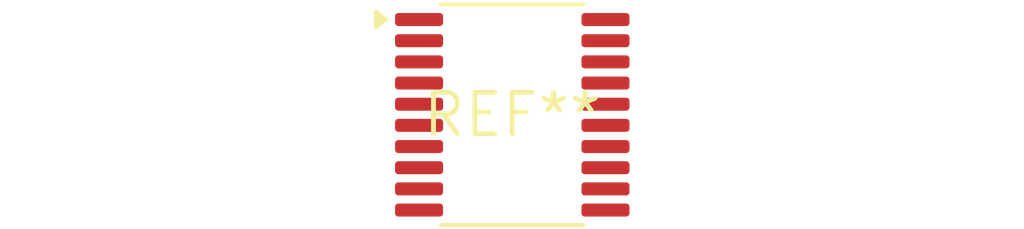
<source format=kicad_pcb>
(kicad_pcb (version 20240108) (generator pcbnew)
  (layers (0 "F.Cu" signal) (31 "B.Cu" signal) (34 "B.Paste" user) (35 "F.Paste" user) (36 "B.SilkS" user "B.Silkscreen") (37 "F.SilkS" user "F.Silkscreen") (38 "B.Mask" user) (39 "F.Mask" user) (44 "Edge.Cuts" user))
  (net 0 "")
  (footprint "TSSOP-20_4.4x6.5mm_P0.65mm" (layer "F.Cu") (at 0 0)
    (property "Reference" "REF**")
    (property "Value" "TSSOP-20_4.4x6.5mm_P0.65mm")
    (fp_line (start 0 -3.385) (end -2.2 -3.385) (layer "F.SilkS") (stroke (width 0.12)))
    (fp_line (start 0 -3.385) (end 2.2 -3.385) (layer "F.SilkS") (stroke (width 0.12)))
    (fp_line (start 0 3.385) (end -2.2 3.385) (layer "F.SilkS") (stroke (width 0.12)))
    (fp_line (start 0 3.385) (end 2.2 3.385) (layer "F.SilkS") (stroke (width 0.12)))
    (fp_poly (pts (xy -3.86 -2.925) (xy -4.19 -3.165) (xy -4.19 -2.685) (xy -3.86 -2.925)) (layer "F.SilkS") (stroke (width 0.12)) (fill solid))
    (pad "1" smd roundrect (at -2.8625 -2.925) (size 1.475 0.4) (layers "F.Cu" "F.Paste" "F.Mask"))
    (pad "2" smd roundrect (at -2.8625 -2.275) (size 1.475 0.4) (layers "F.Cu" "F.Paste" "F.Mask"))
    (pad "3" smd roundrect (at -2.8625 -1.625) (size 1.475 0.4) (layers "F.Cu" "F.Paste" "F.Mask"))
    (pad "4" smd roundrect (at -2.8625 -0.975) (size 1.475 0.4) (layers "F.Cu" "F.Paste" "F.Mask"))
    (pad "5" smd roundrect (at -2.8625 -0.325) (size 1.475 0.4) (layers "F.Cu" "F.Paste" "F.Mask"))
    (pad "6" smd roundrect (at -2.8625 0.325) (size 1.475 0.4) (layers "F.Cu" "F.Paste" "F.Mask"))
    (pad "7" smd roundrect (at -2.8625 0.975) (size 1.475 0.4) (layers "F.Cu" "F.Paste" "F.Mask"))
    (pad "8" smd roundrect (at -2.8625 1.625) (size 1.475 0.4) (layers "F.Cu" "F.Paste" "F.Mask"))
    (pad "9" smd roundrect (at -2.8625 2.275) (size 1.475 0.4) (layers "F.Cu" "F.Paste" "F.Mask"))
    (pad "10" smd roundrect (at -2.8625 2.925) (size 1.475 0.4) (layers "F.Cu" "F.Paste" "F.Mask"))
    (pad "11" smd roundrect (at 2.8625 2.925) (size 1.475 0.4) (layers "F.Cu" "F.Paste" "F.Mask"))
    (pad "12" smd roundrect (at 2.8625 2.275) (size 1.475 0.4) (layers "F.Cu" "F.Paste" "F.Mask"))
    (pad "13" smd roundrect (at 2.8625 1.625) (size 1.475 0.4) (layers "F.Cu" "F.Paste" "F.Mask"))
    (pad "14" smd roundrect (at 2.8625 0.975) (size 1.475 0.4) (layers "F.Cu" "F.Paste" "F.Mask"))
    (pad "15" smd roundrect (at 2.8625 0.325) (size 1.475 0.4) (layers "F.Cu" "F.Paste" "F.Mask"))
    (pad "16" smd roundrect (at 2.8625 -0.325) (size 1.475 0.4) (layers "F.Cu" "F.Paste" "F.Mask"))
    (pad "17" smd roundrect (at 2.8625 -0.975) (size 1.475 0.4) (layers "F.Cu" "F.Paste" "F.Mask"))
    (pad "18" smd roundrect (at 2.8625 -1.625) (size 1.475 0.4) (layers "F.Cu" "F.Paste" "F.Mask"))
    (pad "19" smd roundrect (at 2.8625 -2.275) (size 1.475 0.4) (layers "F.Cu" "F.Paste" "F.Mask"))
    (pad "20" smd roundrect (at 2.8625 -2.925) (size 1.475 0.4) (layers "F.Cu" "F.Paste" "F.Mask"))
  )
)
</source>
